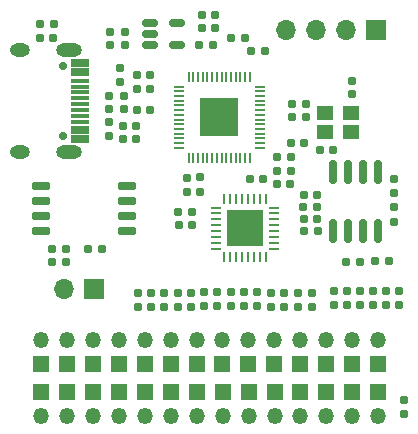
<source format=gts>
%TF.GenerationSoftware,KiCad,Pcbnew,7.0.10*%
%TF.CreationDate,2024-02-03T16:53:46+08:00*%
%TF.ProjectId,ad7142-eval,61643731-3432-42d6-9576-616c2e6b6963,rev?*%
%TF.SameCoordinates,Original*%
%TF.FileFunction,Soldermask,Top*%
%TF.FilePolarity,Negative*%
%FSLAX46Y46*%
G04 Gerber Fmt 4.6, Leading zero omitted, Abs format (unit mm)*
G04 Created by KiCad (PCBNEW 7.0.10) date 2024-02-03 16:53:46*
%MOMM*%
%LPD*%
G01*
G04 APERTURE LIST*
G04 Aperture macros list*
%AMRoundRect*
0 Rectangle with rounded corners*
0 $1 Rounding radius*
0 $2 $3 $4 $5 $6 $7 $8 $9 X,Y pos of 4 corners*
0 Add a 4 corners polygon primitive as box body*
4,1,4,$2,$3,$4,$5,$6,$7,$8,$9,$2,$3,0*
0 Add four circle primitives for the rounded corners*
1,1,$1+$1,$2,$3*
1,1,$1+$1,$4,$5*
1,1,$1+$1,$6,$7*
1,1,$1+$1,$8,$9*
0 Add four rect primitives between the rounded corners*
20,1,$1+$1,$2,$3,$4,$5,0*
20,1,$1+$1,$4,$5,$6,$7,0*
20,1,$1+$1,$6,$7,$8,$9,0*
20,1,$1+$1,$8,$9,$2,$3,0*%
G04 Aperture macros list end*
%ADD10RoundRect,0.160000X0.160000X-0.197500X0.160000X0.197500X-0.160000X0.197500X-0.160000X-0.197500X0*%
%ADD11RoundRect,0.160000X0.197500X0.160000X-0.197500X0.160000X-0.197500X-0.160000X0.197500X-0.160000X0*%
%ADD12RoundRect,0.155000X-0.212500X-0.155000X0.212500X-0.155000X0.212500X0.155000X-0.212500X0.155000X0*%
%ADD13RoundRect,0.160000X-0.197500X-0.160000X0.197500X-0.160000X0.197500X0.160000X-0.197500X0.160000X0*%
%ADD14R,1.350000X1.350000*%
%ADD15O,1.350000X1.350000*%
%ADD16RoundRect,0.160000X-0.160000X0.197500X-0.160000X-0.197500X0.160000X-0.197500X0.160000X0.197500X0*%
%ADD17R,1.700000X1.700000*%
%ADD18O,1.700000X1.700000*%
%ADD19RoundRect,0.062500X0.062500X-0.350000X0.062500X0.350000X-0.062500X0.350000X-0.062500X-0.350000X0*%
%ADD20RoundRect,0.062500X0.350000X-0.062500X0.350000X0.062500X-0.350000X0.062500X-0.350000X-0.062500X0*%
%ADD21R,3.100000X3.100000*%
%ADD22RoundRect,0.155000X0.155000X-0.212500X0.155000X0.212500X-0.155000X0.212500X-0.155000X-0.212500X0*%
%ADD23RoundRect,0.150000X0.650000X0.150000X-0.650000X0.150000X-0.650000X-0.150000X0.650000X-0.150000X0*%
%ADD24RoundRect,0.155000X0.212500X0.155000X-0.212500X0.155000X-0.212500X-0.155000X0.212500X-0.155000X0*%
%ADD25RoundRect,0.150000X-0.512500X-0.150000X0.512500X-0.150000X0.512500X0.150000X-0.512500X0.150000X0*%
%ADD26RoundRect,0.150000X-0.150000X0.825000X-0.150000X-0.825000X0.150000X-0.825000X0.150000X0.825000X0*%
%ADD27RoundRect,0.050000X0.050000X-0.387500X0.050000X0.387500X-0.050000X0.387500X-0.050000X-0.387500X0*%
%ADD28RoundRect,0.050000X0.387500X-0.050000X0.387500X0.050000X-0.387500X0.050000X-0.387500X-0.050000X0*%
%ADD29R,3.200000X3.200000*%
%ADD30RoundRect,0.050800X-0.725150X0.149850X-0.725150X-0.149850X0.725150X-0.149850X0.725150X0.149850X0*%
%ADD31RoundRect,0.050800X-0.725150X0.299700X-0.725150X-0.299700X0.725150X-0.299700X0.725150X0.299700X0*%
%ADD32O,1.701800X1.102400*%
%ADD33O,2.202200X1.102400*%
%ADD34C,0.701000*%
%ADD35R,1.400000X1.200000*%
G04 APERTURE END LIST*
D10*
%TO.C,R37*%
X140462000Y-113538000D03*
X140462000Y-112343000D03*
%TD*%
D11*
%TO.C,R30*%
X135540000Y-100640000D03*
X136735000Y-100640000D03*
%TD*%
D12*
%TO.C,C6*%
X116630000Y-90220000D03*
X117765000Y-90220000D03*
%TD*%
%TO.C,C15*%
X116630000Y-89120000D03*
X117765000Y-89120000D03*
%TD*%
D13*
%TO.C,R6*%
X127512500Y-82810000D03*
X128707500Y-82810000D03*
%TD*%
D12*
%TO.C,C20*%
X130845000Y-92935000D03*
X129710000Y-92935000D03*
%TD*%
D14*
%TO.C,J23*%
X122911342Y-111680000D03*
D15*
X122911342Y-113680000D03*
%TD*%
D11*
%TO.C,R15*%
X122530000Y-96410000D03*
X121335000Y-96410000D03*
%TD*%
D10*
%TO.C,R32*%
X134527500Y-103122500D03*
X134527500Y-104317500D03*
%TD*%
D14*
%TO.C,J11*%
X127271342Y-109280000D03*
D15*
X127271342Y-107280000D03*
%TD*%
D12*
%TO.C,C3*%
X133330000Y-91210000D03*
X134465000Y-91210000D03*
%TD*%
D16*
%TO.C,R27*%
X130332500Y-103265000D03*
X130332500Y-104460000D03*
%TD*%
D14*
%TO.C,J17*%
X109752886Y-111680000D03*
D15*
X109752886Y-113680000D03*
%TD*%
D12*
%TO.C,C24*%
X131976000Y-94968000D03*
X133111000Y-94968000D03*
%TD*%
D16*
%TO.C,R24*%
X126907500Y-103212500D03*
X126907500Y-104407500D03*
%TD*%
D14*
%TO.C,J12*%
X129463649Y-109280000D03*
D15*
X129463649Y-107280000D03*
%TD*%
D10*
%TO.C,R34*%
X137851500Y-103122500D03*
X137851500Y-104317500D03*
%TD*%
D17*
%TO.C,J1*%
X138107500Y-81010000D03*
D18*
X135567500Y-81010000D03*
X133027500Y-81010000D03*
X130487500Y-81010000D03*
%TD*%
D12*
%TO.C,C18*%
X130865000Y-90610000D03*
X132000000Y-90610000D03*
%TD*%
D14*
%TO.C,J10*%
X125079035Y-109280000D03*
D15*
X125079035Y-107280000D03*
%TD*%
D14*
%TO.C,J29*%
X136069798Y-111680000D03*
D15*
X136069798Y-113680000D03*
%TD*%
D14*
%TO.C,J14*%
X133848263Y-109280000D03*
D15*
X133848263Y-107280000D03*
%TD*%
D16*
%TO.C,R29*%
X132632500Y-103290000D03*
X132632500Y-104485000D03*
%TD*%
D19*
%TO.C,U4*%
X125227500Y-100247500D03*
X125727500Y-100247500D03*
X126227500Y-100247500D03*
X126727500Y-100247500D03*
X127227500Y-100247500D03*
X127727500Y-100247500D03*
X128227500Y-100247500D03*
X128727500Y-100247500D03*
D20*
X129415000Y-99560000D03*
X129415000Y-99060000D03*
X129415000Y-98560000D03*
X129415000Y-98060000D03*
X129415000Y-97560000D03*
X129415000Y-97060000D03*
X129415000Y-96560000D03*
X129415000Y-96060000D03*
D19*
X128727500Y-95372500D03*
X128227500Y-95372500D03*
X127727500Y-95372500D03*
X127227500Y-95372500D03*
X126727500Y-95372500D03*
X126227500Y-95372500D03*
X125727500Y-95372500D03*
X125227500Y-95372500D03*
D20*
X124540000Y-96060000D03*
X124540000Y-96560000D03*
X124540000Y-97060000D03*
X124540000Y-97560000D03*
X124540000Y-98060000D03*
X124540000Y-98560000D03*
X124540000Y-99060000D03*
X124540000Y-99560000D03*
D21*
X126977500Y-97810000D03*
%TD*%
D13*
%TO.C,R8*%
X115510000Y-86610000D03*
X116705000Y-86610000D03*
%TD*%
D14*
%TO.C,J16*%
X138232877Y-109280000D03*
D15*
X138232877Y-107280000D03*
%TD*%
D12*
%TO.C,C22*%
X131990000Y-97010000D03*
X133125000Y-97010000D03*
%TD*%
D10*
%TO.C,R11*%
X122107500Y-94710000D03*
X122107500Y-93515000D03*
%TD*%
D14*
%TO.C,J19*%
X114139038Y-111680000D03*
D15*
X114139038Y-113680000D03*
%TD*%
D16*
%TO.C,R23*%
X125782500Y-103212500D03*
X125782500Y-104407500D03*
%TD*%
D14*
%TO.C,J18*%
X111945962Y-111680000D03*
D15*
X111945962Y-113680000D03*
%TD*%
D12*
%TO.C,C17*%
X117840000Y-84860000D03*
X118975000Y-84860000D03*
%TD*%
D16*
%TO.C,R25*%
X128032500Y-103240000D03*
X128032500Y-104435000D03*
%TD*%
%TO.C,R17*%
X119032500Y-103262500D03*
X119032500Y-104457500D03*
%TD*%
D13*
%TO.C,R2*%
X113672500Y-99570000D03*
X114867500Y-99570000D03*
%TD*%
D14*
%TO.C,J9*%
X122886728Y-109280000D03*
D15*
X122886728Y-107280000D03*
%TD*%
D14*
%TO.C,J20*%
X116332114Y-111680000D03*
D15*
X116332114Y-113680000D03*
%TD*%
D16*
%TO.C,R20*%
X122407500Y-104482500D03*
X122407500Y-103287500D03*
%TD*%
D22*
%TO.C,C7*%
X115557500Y-82310000D03*
X115557500Y-81175000D03*
%TD*%
D13*
%TO.C,R12*%
X131926000Y-95984000D03*
X133121000Y-95984000D03*
%TD*%
D11*
%TO.C,R10*%
X130855000Y-91810000D03*
X129660000Y-91810000D03*
%TD*%
D10*
%TO.C,R13*%
X139617500Y-93632500D03*
X139617500Y-94827500D03*
%TD*%
D14*
%TO.C,J7*%
X118502114Y-109280000D03*
D15*
X118502114Y-107280000D03*
%TD*%
D22*
%TO.C,C13*%
X124407500Y-80877500D03*
X124407500Y-79742500D03*
%TD*%
D13*
%TO.C,R1*%
X109610000Y-80510000D03*
X110805000Y-80510000D03*
%TD*%
D14*
%TO.C,J15*%
X136040570Y-109280000D03*
D15*
X136040570Y-107280000D03*
%TD*%
D14*
%TO.C,J13*%
X131655956Y-109280000D03*
D15*
X131655956Y-107280000D03*
%TD*%
D12*
%TO.C,C19*%
X132015000Y-98060000D03*
X133150000Y-98060000D03*
%TD*%
D22*
%TO.C,C5*%
X136082500Y-86485000D03*
X136082500Y-85350000D03*
%TD*%
D16*
%TO.C,R9*%
X123207500Y-93512500D03*
X123207500Y-94707500D03*
%TD*%
D22*
%TO.C,C4*%
X116807500Y-82310000D03*
X116807500Y-81175000D03*
%TD*%
D23*
%TO.C,U1*%
X109757500Y-98015000D03*
X109757500Y-96745000D03*
X109757500Y-95475000D03*
X109757500Y-94205000D03*
X116957500Y-94205000D03*
X116957500Y-95475000D03*
X116957500Y-96745000D03*
X116957500Y-98015000D03*
%TD*%
D14*
%TO.C,J22*%
X120718266Y-111680000D03*
D15*
X120718266Y-113680000D03*
%TD*%
D14*
%TO.C,J24*%
X125104418Y-111680000D03*
D15*
X125104418Y-113680000D03*
%TD*%
D14*
%TO.C,J28*%
X133876722Y-111680000D03*
D15*
X133876722Y-113680000D03*
%TD*%
D10*
%TO.C,R31*%
X136743500Y-103122500D03*
X136743500Y-104317500D03*
%TD*%
D14*
%TO.C,J25*%
X127297494Y-111680000D03*
D15*
X127297494Y-113680000D03*
%TD*%
D16*
%TO.C,R21*%
X123532500Y-103237500D03*
X123532500Y-104432500D03*
%TD*%
D10*
%TO.C,R33*%
X135635500Y-104317500D03*
X135635500Y-103122500D03*
%TD*%
%TO.C,R5*%
X116407500Y-85407500D03*
X116407500Y-84212500D03*
%TD*%
D22*
%TO.C,C11*%
X123307500Y-80877500D03*
X123307500Y-79742500D03*
%TD*%
D12*
%TO.C,C1*%
X111792500Y-99570000D03*
X110657500Y-99570000D03*
%TD*%
D14*
%TO.C,J6*%
X116309807Y-109280000D03*
D15*
X116309807Y-107280000D03*
%TD*%
D10*
%TO.C,R35*%
X138959500Y-103122500D03*
X138959500Y-104317500D03*
%TD*%
%TO.C,R36*%
X140067500Y-104317500D03*
X140067500Y-103122500D03*
%TD*%
D24*
%TO.C,C26*%
X122525000Y-97560000D03*
X121390000Y-97560000D03*
%TD*%
%TO.C,C25*%
X138017500Y-100610000D03*
X139152500Y-100610000D03*
%TD*%
D12*
%TO.C,C12*%
X117840000Y-87810000D03*
X118975000Y-87810000D03*
%TD*%
D24*
%TO.C,C23*%
X128535000Y-93640000D03*
X127400000Y-93640000D03*
%TD*%
%TO.C,C14*%
X132125000Y-88385000D03*
X130990000Y-88385000D03*
%TD*%
D14*
%TO.C,J21*%
X118525190Y-111680000D03*
D15*
X118525190Y-113680000D03*
%TD*%
D14*
%TO.C,J26*%
X129490570Y-111680000D03*
D15*
X129490570Y-113680000D03*
%TD*%
D13*
%TO.C,R7*%
X115512500Y-87710000D03*
X116707500Y-87710000D03*
%TD*%
D16*
%TO.C,R18*%
X120157500Y-103262500D03*
X120157500Y-104457500D03*
%TD*%
D14*
%TO.C,J27*%
X131683646Y-111680000D03*
D15*
X131683646Y-113680000D03*
%TD*%
D25*
%TO.C,U2*%
X118970000Y-80410000D03*
X118970000Y-81360000D03*
X118970000Y-82310000D03*
X121245000Y-82310000D03*
X121245000Y-80410000D03*
%TD*%
D10*
%TO.C,R4*%
X115507500Y-90007500D03*
X115507500Y-88812500D03*
%TD*%
%TO.C,R14*%
X139607500Y-97245000D03*
X139607500Y-96050000D03*
%TD*%
D26*
%TO.C,U5*%
X138252500Y-93065000D03*
X136982500Y-93065000D03*
X135712500Y-93065000D03*
X134442500Y-93065000D03*
X134442500Y-98015000D03*
X135712500Y-98015000D03*
X136982500Y-98015000D03*
X138252500Y-98015000D03*
%TD*%
D16*
%TO.C,R28*%
X131482500Y-104482500D03*
X131482500Y-103287500D03*
%TD*%
D14*
%TO.C,J3*%
X109732886Y-109280000D03*
D15*
X109732886Y-107280000D03*
%TD*%
D16*
%TO.C,R19*%
X121282500Y-104457500D03*
X121282500Y-103262500D03*
%TD*%
D14*
%TO.C,J4*%
X111925193Y-109280000D03*
D15*
X111925193Y-107280000D03*
%TD*%
D11*
%TO.C,R3*%
X111802500Y-100630000D03*
X110607500Y-100630000D03*
%TD*%
D24*
%TO.C,C8*%
X132117500Y-87285000D03*
X130982500Y-87285000D03*
%TD*%
D12*
%TO.C,C10*%
X123107500Y-82310000D03*
X124242500Y-82310000D03*
%TD*%
D16*
%TO.C,R16*%
X117907500Y-103262500D03*
X117907500Y-104457500D03*
%TD*%
D12*
%TO.C,C21*%
X129697500Y-94060000D03*
X130832500Y-94060000D03*
%TD*%
%TO.C,C2*%
X109640000Y-81710000D03*
X110775000Y-81710000D03*
%TD*%
D27*
%TO.C,U3*%
X122207500Y-91847500D03*
X122607500Y-91847500D03*
X123007500Y-91847500D03*
X123407500Y-91847500D03*
X123807500Y-91847500D03*
X124207500Y-91847500D03*
X124607500Y-91847500D03*
X125007500Y-91847500D03*
X125407500Y-91847500D03*
X125807500Y-91847500D03*
X126207500Y-91847500D03*
X126607500Y-91847500D03*
X127007500Y-91847500D03*
X127407500Y-91847500D03*
D28*
X128245000Y-91010000D03*
X128245000Y-90610000D03*
X128245000Y-90210000D03*
X128245000Y-89810000D03*
X128245000Y-89410000D03*
X128245000Y-89010000D03*
X128245000Y-88610000D03*
X128245000Y-88210000D03*
X128245000Y-87810000D03*
X128245000Y-87410000D03*
X128245000Y-87010000D03*
X128245000Y-86610000D03*
X128245000Y-86210000D03*
X128245000Y-85810000D03*
D27*
X127407500Y-84972500D03*
X127007500Y-84972500D03*
X126607500Y-84972500D03*
X126207500Y-84972500D03*
X125807500Y-84972500D03*
X125407500Y-84972500D03*
X125007500Y-84972500D03*
X124607500Y-84972500D03*
X124207500Y-84972500D03*
X123807500Y-84972500D03*
X123407500Y-84972500D03*
X123007500Y-84972500D03*
X122607500Y-84972500D03*
X122207500Y-84972500D03*
D28*
X121370000Y-85810000D03*
X121370000Y-86210000D03*
X121370000Y-86610000D03*
X121370000Y-87010000D03*
X121370000Y-87410000D03*
X121370000Y-87810000D03*
X121370000Y-88210000D03*
X121370000Y-88610000D03*
X121370000Y-89010000D03*
X121370000Y-89410000D03*
X121370000Y-89810000D03*
X121370000Y-90210000D03*
X121370000Y-90610000D03*
X121370000Y-91010000D03*
D29*
X124807500Y-88410000D03*
%TD*%
D14*
%TO.C,J8*%
X120694421Y-109280000D03*
D15*
X120694421Y-107280000D03*
%TD*%
D24*
%TO.C,C16*%
X126975000Y-81710000D03*
X125840000Y-81710000D03*
%TD*%
D12*
%TO.C,C9*%
X117840000Y-86010000D03*
X118975000Y-86010000D03*
%TD*%
D14*
%TO.C,J30*%
X138262874Y-111680000D03*
D15*
X138262874Y-113680000D03*
%TD*%
D30*
%TO.C,USB1*%
X113034600Y-85312300D03*
X113034600Y-86313100D03*
X113034600Y-87811700D03*
X113034600Y-88812500D03*
D31*
X113034600Y-89513500D03*
X113034600Y-90283100D03*
D30*
X113034600Y-88312100D03*
X113034600Y-87311300D03*
X113034600Y-86813500D03*
X113034600Y-85812700D03*
D31*
X113034600Y-84611300D03*
X113034600Y-83836600D03*
D32*
X107939400Y-91382900D03*
X107939400Y-82741900D03*
D33*
X112120200Y-91382900D03*
X112120200Y-82741900D03*
D34*
X111589400Y-90041800D03*
X111589400Y-84083000D03*
%TD*%
D14*
%TO.C,J5*%
X114117500Y-109280000D03*
D15*
X114117500Y-107280000D03*
%TD*%
D16*
%TO.C,R26*%
X129182500Y-103265000D03*
X129182500Y-104460000D03*
%TD*%
D35*
%TO.C,Y1*%
X133782500Y-89685000D03*
X135982500Y-89685000D03*
X135982500Y-88085000D03*
X133782500Y-88085000D03*
%TD*%
D16*
%TO.C,R22*%
X124657500Y-103212500D03*
X124657500Y-104407500D03*
%TD*%
D17*
%TO.C,J2*%
X114242500Y-102970000D03*
D18*
X111702500Y-102970000D03*
%TD*%
M02*

</source>
